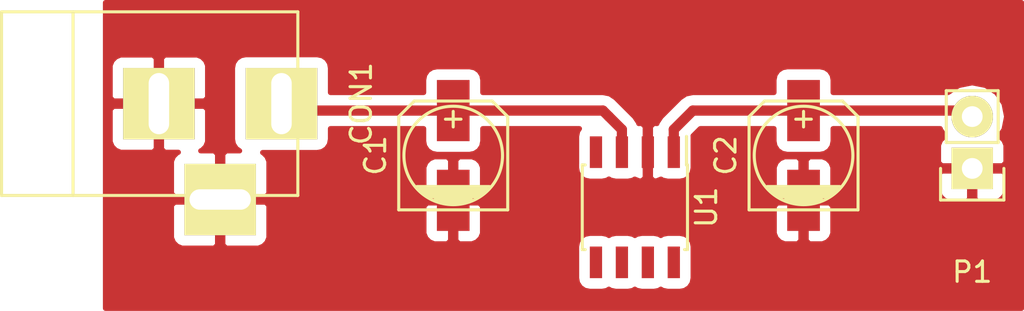
<source format=kicad_pcb>
(kicad_pcb (version 4) (host pcbnew 4.0.4+e1-6308~48~ubuntu16.04.1-stable)

  (general
    (links 9)
    (no_connects 0)
    (area 44.294379 86.995 95.885001 105.410001)
    (thickness 1.6)
    (drawings 0)
    (tracks 11)
    (zones 0)
    (modules 5)
    (nets 4)
  )

  (page A4)
  (layers
    (0 F.Cu signal)
    (31 B.Cu signal)
    (32 B.Adhes user)
    (33 F.Adhes user)
    (34 B.Paste user)
    (35 F.Paste user)
    (36 B.SilkS user)
    (37 F.SilkS user)
    (38 B.Mask user)
    (39 F.Mask user)
    (40 Dwgs.User user)
    (41 Cmts.User user)
    (42 Eco1.User user)
    (43 Eco2.User user)
    (44 Edge.Cuts user)
    (45 Margin user)
    (46 B.CrtYd user)
    (47 F.CrtYd user)
    (48 B.Fab user)
    (49 F.Fab user)
  )

  (setup
    (last_trace_width 0.5)
    (trace_clearance 0.2)
    (zone_clearance 0.508)
    (zone_45_only no)
    (trace_min 0.2)
    (segment_width 0.2)
    (edge_width 0.15)
    (via_size 0.6)
    (via_drill 0.4)
    (via_min_size 0.4)
    (via_min_drill 0.3)
    (uvia_size 0.3)
    (uvia_drill 0.1)
    (uvias_allowed no)
    (uvia_min_size 0.2)
    (uvia_min_drill 0.1)
    (pcb_text_width 0.3)
    (pcb_text_size 1.5 1.5)
    (mod_edge_width 0.15)
    (mod_text_size 1 1)
    (mod_text_width 0.15)
    (pad_size 1.524 1.524)
    (pad_drill 0.762)
    (pad_to_mask_clearance 0.2)
    (aux_axis_origin 0 0)
    (visible_elements FFFFFF7F)
    (pcbplotparams
      (layerselection 0x00030_80000001)
      (usegerberextensions false)
      (excludeedgelayer true)
      (linewidth 0.100000)
      (plotframeref false)
      (viasonmask false)
      (mode 1)
      (useauxorigin false)
      (hpglpennumber 1)
      (hpglpenspeed 20)
      (hpglpendiameter 15)
      (hpglpenoverlay 2)
      (psnegative false)
      (psa4output false)
      (plotreference true)
      (plotvalue true)
      (plotinvisibletext false)
      (padsonsilk false)
      (subtractmaskfromsilk false)
      (outputformat 1)
      (mirror false)
      (drillshape 1)
      (scaleselection 1)
      (outputdirectory ""))
  )

  (net 0 "")
  (net 1 "Net-(C1-Pad1)")
  (net 2 Earth)
  (net 3 "Net-(C2-Pad1)")

  (net_class Default "This is the default net class."
    (clearance 0.2)
    (trace_width 0.5)
    (via_dia 0.6)
    (via_drill 0.4)
    (uvia_dia 0.3)
    (uvia_drill 0.1)
    (add_net Earth)
    (add_net "Net-(C1-Pad1)")
    (add_net "Net-(C2-Pad1)")
  )

  (module Capacitors_SMD:c_elec_5x5.7 (layer F.Cu) (tedit 55725CEC) (tstamp 57F7546C)
    (at 66.675 97.79 90)
    (descr "SMT capacitor, aluminium electrolytic, 5x5.7")
    (path /57F75353)
    (attr smd)
    (fp_text reference C1 (at 0 -3.81 90) (layer F.SilkS)
      (effects (font (size 1 1) (thickness 0.15)))
    )
    (fp_text value "10 uF" (at 0 3.81 90) (layer F.Fab)
      (effects (font (size 1 1) (thickness 0.15)))
    )
    (fp_line (start -3.95 -3) (end 3.95 -3) (layer F.CrtYd) (width 0.05))
    (fp_line (start 3.95 -3) (end 3.95 3) (layer F.CrtYd) (width 0.05))
    (fp_line (start 3.95 3) (end -3.95 3) (layer F.CrtYd) (width 0.05))
    (fp_line (start -3.95 3) (end -3.95 -3) (layer F.CrtYd) (width 0.05))
    (fp_line (start -2.286 -0.635) (end -2.286 0.762) (layer F.SilkS) (width 0.15))
    (fp_line (start -2.159 -0.889) (end -2.159 0.889) (layer F.SilkS) (width 0.15))
    (fp_line (start -2.032 -1.27) (end -2.032 1.27) (layer F.SilkS) (width 0.15))
    (fp_line (start -1.905 1.397) (end -1.905 -1.397) (layer F.SilkS) (width 0.15))
    (fp_line (start -1.778 -1.524) (end -1.778 1.524) (layer F.SilkS) (width 0.15))
    (fp_line (start -1.651 1.651) (end -1.651 -1.651) (layer F.SilkS) (width 0.15))
    (fp_line (start -1.524 -1.778) (end -1.524 1.778) (layer F.SilkS) (width 0.15))
    (fp_line (start -2.667 -2.667) (end 1.905 -2.667) (layer F.SilkS) (width 0.15))
    (fp_line (start 1.905 -2.667) (end 2.667 -1.905) (layer F.SilkS) (width 0.15))
    (fp_line (start 2.667 -1.905) (end 2.667 1.905) (layer F.SilkS) (width 0.15))
    (fp_line (start 2.667 1.905) (end 1.905 2.667) (layer F.SilkS) (width 0.15))
    (fp_line (start 1.905 2.667) (end -2.667 2.667) (layer F.SilkS) (width 0.15))
    (fp_line (start -2.667 2.667) (end -2.667 -2.667) (layer F.SilkS) (width 0.15))
    (fp_line (start 2.159 0) (end 1.397 0) (layer F.SilkS) (width 0.15))
    (fp_line (start 1.778 -0.381) (end 1.778 0.381) (layer F.SilkS) (width 0.15))
    (fp_circle (center 0 0) (end -2.413 0) (layer F.SilkS) (width 0.15))
    (pad 1 smd rect (at 2.19964 0 90) (size 2.99974 1.6002) (layers F.Cu F.Paste F.Mask)
      (net 1 "Net-(C1-Pad1)"))
    (pad 2 smd rect (at -2.19964 0 90) (size 2.99974 1.6002) (layers F.Cu F.Paste F.Mask)
      (net 2 Earth))
    (model Capacitors_SMD.3dshapes/c_elec_5x5.7.wrl
      (at (xyz 0 0 0))
      (scale (xyz 1 1 1))
      (rotate (xyz 0 0 0))
    )
  )

  (module Capacitors_SMD:c_elec_5x5.7 (layer F.Cu) (tedit 55725CEC) (tstamp 57F75472)
    (at 83.82 97.79 90)
    (descr "SMT capacitor, aluminium electrolytic, 5x5.7")
    (path /57F753AE)
    (attr smd)
    (fp_text reference C2 (at 0 -3.81 90) (layer F.SilkS)
      (effects (font (size 1 1) (thickness 0.15)))
    )
    (fp_text value "10 uF" (at 0 3.81 90) (layer F.Fab)
      (effects (font (size 1 1) (thickness 0.15)))
    )
    (fp_line (start -3.95 -3) (end 3.95 -3) (layer F.CrtYd) (width 0.05))
    (fp_line (start 3.95 -3) (end 3.95 3) (layer F.CrtYd) (width 0.05))
    (fp_line (start 3.95 3) (end -3.95 3) (layer F.CrtYd) (width 0.05))
    (fp_line (start -3.95 3) (end -3.95 -3) (layer F.CrtYd) (width 0.05))
    (fp_line (start -2.286 -0.635) (end -2.286 0.762) (layer F.SilkS) (width 0.15))
    (fp_line (start -2.159 -0.889) (end -2.159 0.889) (layer F.SilkS) (width 0.15))
    (fp_line (start -2.032 -1.27) (end -2.032 1.27) (layer F.SilkS) (width 0.15))
    (fp_line (start -1.905 1.397) (end -1.905 -1.397) (layer F.SilkS) (width 0.15))
    (fp_line (start -1.778 -1.524) (end -1.778 1.524) (layer F.SilkS) (width 0.15))
    (fp_line (start -1.651 1.651) (end -1.651 -1.651) (layer F.SilkS) (width 0.15))
    (fp_line (start -1.524 -1.778) (end -1.524 1.778) (layer F.SilkS) (width 0.15))
    (fp_line (start -2.667 -2.667) (end 1.905 -2.667) (layer F.SilkS) (width 0.15))
    (fp_line (start 1.905 -2.667) (end 2.667 -1.905) (layer F.SilkS) (width 0.15))
    (fp_line (start 2.667 -1.905) (end 2.667 1.905) (layer F.SilkS) (width 0.15))
    (fp_line (start 2.667 1.905) (end 1.905 2.667) (layer F.SilkS) (width 0.15))
    (fp_line (start 1.905 2.667) (end -2.667 2.667) (layer F.SilkS) (width 0.15))
    (fp_line (start -2.667 2.667) (end -2.667 -2.667) (layer F.SilkS) (width 0.15))
    (fp_line (start 2.159 0) (end 1.397 0) (layer F.SilkS) (width 0.15))
    (fp_line (start 1.778 -0.381) (end 1.778 0.381) (layer F.SilkS) (width 0.15))
    (fp_circle (center 0 0) (end -2.413 0) (layer F.SilkS) (width 0.15))
    (pad 1 smd rect (at 2.19964 0 90) (size 2.99974 1.6002) (layers F.Cu F.Paste F.Mask)
      (net 3 "Net-(C2-Pad1)"))
    (pad 2 smd rect (at -2.19964 0 90) (size 2.99974 1.6002) (layers F.Cu F.Paste F.Mask)
      (net 2 Earth))
    (model Capacitors_SMD.3dshapes/c_elec_5x5.7.wrl
      (at (xyz 0 0 0))
      (scale (xyz 1 1 1))
      (rotate (xyz 0 0 0))
    )
  )

  (module Connect:BARREL_JACK (layer F.Cu) (tedit 57F762EE) (tstamp 57F75479)
    (at 52.07 95.25)
    (descr "DC Barrel Jack")
    (tags "Power Jack")
    (path /57F752E8)
    (fp_text reference CON1 (at 10.09904 0 90) (layer F.SilkS)
      (effects (font (size 1 1) (thickness 0.15)))
    )
    (fp_text value BARREL_JACK (at 0 -5.99948) (layer F.Fab) hide
      (effects (font (size 1 1) (thickness 0.15)))
    )
    (fp_line (start -4.0005 -4.50088) (end -4.0005 4.50088) (layer F.SilkS) (width 0.15))
    (fp_line (start -7.50062 -4.50088) (end -7.50062 4.50088) (layer F.SilkS) (width 0.15))
    (fp_line (start -7.50062 4.50088) (end 7.00024 4.50088) (layer F.SilkS) (width 0.15))
    (fp_line (start 7.00024 4.50088) (end 7.00024 -4.50088) (layer F.SilkS) (width 0.15))
    (fp_line (start 7.00024 -4.50088) (end -7.50062 -4.50088) (layer F.SilkS) (width 0.15))
    (pad 1 thru_hole rect (at 6.20014 0) (size 3.50012 3.50012) (drill oval 1.00076 2.99974) (layers *.Cu *.Mask F.SilkS)
      (net 1 "Net-(C1-Pad1)"))
    (pad 2 thru_hole rect (at 0.20066 0) (size 3.50012 3.50012) (drill oval 1.00076 2.99974) (layers *.Cu *.Mask F.SilkS)
      (net 2 Earth))
    (pad 3 thru_hole rect (at 3.2004 4.699) (size 3.50012 3.50012) (drill oval 2.99974 1.00076) (layers *.Cu *.Mask F.SilkS)
      (net 2 Earth))
  )

  (module Pin_Headers:Pin_Header_Straight_1x02 (layer F.Cu) (tedit 57F762F7) (tstamp 57F7547F)
    (at 92.075 98.425 180)
    (descr "Through hole pin header")
    (tags "pin header")
    (path /57F7541B)
    (fp_text reference P1 (at 0 -5.08 180) (layer F.SilkS)
      (effects (font (size 1 1) (thickness 0.15)))
    )
    (fp_text value OUTPUT (at 0.635 -3.175 180) (layer F.Fab)
      (effects (font (size 1 1) (thickness 0.15)))
    )
    (fp_line (start 1.27 1.27) (end 1.27 3.81) (layer F.SilkS) (width 0.15))
    (fp_line (start 1.55 -1.55) (end 1.55 0) (layer F.SilkS) (width 0.15))
    (fp_line (start -1.75 -1.75) (end -1.75 4.3) (layer F.CrtYd) (width 0.05))
    (fp_line (start 1.75 -1.75) (end 1.75 4.3) (layer F.CrtYd) (width 0.05))
    (fp_line (start -1.75 -1.75) (end 1.75 -1.75) (layer F.CrtYd) (width 0.05))
    (fp_line (start -1.75 4.3) (end 1.75 4.3) (layer F.CrtYd) (width 0.05))
    (fp_line (start 1.27 1.27) (end -1.27 1.27) (layer F.SilkS) (width 0.15))
    (fp_line (start -1.55 0) (end -1.55 -1.55) (layer F.SilkS) (width 0.15))
    (fp_line (start -1.55 -1.55) (end 1.55 -1.55) (layer F.SilkS) (width 0.15))
    (fp_line (start -1.27 1.27) (end -1.27 3.81) (layer F.SilkS) (width 0.15))
    (fp_line (start -1.27 3.81) (end 1.27 3.81) (layer F.SilkS) (width 0.15))
    (pad 1 thru_hole rect (at 0 0 180) (size 2.032 2.032) (drill 1.016) (layers *.Cu *.Mask F.SilkS)
      (net 2 Earth))
    (pad 2 thru_hole oval (at 0 2.54 180) (size 2.032 2.032) (drill 1.016) (layers *.Cu *.Mask F.SilkS)
      (net 3 "Net-(C2-Pad1)"))
    (model Pin_Headers.3dshapes/Pin_Header_Straight_1x02.wrl
      (at (xyz 0 -0.05 0))
      (scale (xyz 1 1 1))
      (rotate (xyz 0 0 90))
    )
  )

  (module Housings_SOIC:SOIC-8_3.9x4.9mm_Pitch1.27mm (layer F.Cu) (tedit 54130A77) (tstamp 57F7548B)
    (at 75.565 100.33 270)
    (descr "8-Lead Plastic Small Outline (SN) - Narrow, 3.90 mm Body [SOIC] (see Microchip Packaging Specification 00000049BS.pdf)")
    (tags "SOIC 1.27")
    (path /57F75AC3)
    (attr smd)
    (fp_text reference U1 (at 0 -3.5 270) (layer F.SilkS)
      (effects (font (size 1 1) (thickness 0.15)))
    )
    (fp_text value LM78L05ACZ (at 0 3.5 270) (layer F.Fab)
      (effects (font (size 1 1) (thickness 0.15)))
    )
    (fp_line (start -0.95 -2.45) (end 1.95 -2.45) (layer F.Fab) (width 0.15))
    (fp_line (start 1.95 -2.45) (end 1.95 2.45) (layer F.Fab) (width 0.15))
    (fp_line (start 1.95 2.45) (end -1.95 2.45) (layer F.Fab) (width 0.15))
    (fp_line (start -1.95 2.45) (end -1.95 -1.45) (layer F.Fab) (width 0.15))
    (fp_line (start -1.95 -1.45) (end -0.95 -2.45) (layer F.Fab) (width 0.15))
    (fp_line (start -3.75 -2.75) (end -3.75 2.75) (layer F.CrtYd) (width 0.05))
    (fp_line (start 3.75 -2.75) (end 3.75 2.75) (layer F.CrtYd) (width 0.05))
    (fp_line (start -3.75 -2.75) (end 3.75 -2.75) (layer F.CrtYd) (width 0.05))
    (fp_line (start -3.75 2.75) (end 3.75 2.75) (layer F.CrtYd) (width 0.05))
    (fp_line (start -2.075 -2.575) (end -2.075 -2.525) (layer F.SilkS) (width 0.15))
    (fp_line (start 2.075 -2.575) (end 2.075 -2.43) (layer F.SilkS) (width 0.15))
    (fp_line (start 2.075 2.575) (end 2.075 2.43) (layer F.SilkS) (width 0.15))
    (fp_line (start -2.075 2.575) (end -2.075 2.43) (layer F.SilkS) (width 0.15))
    (fp_line (start -2.075 -2.575) (end 2.075 -2.575) (layer F.SilkS) (width 0.15))
    (fp_line (start -2.075 2.575) (end 2.075 2.575) (layer F.SilkS) (width 0.15))
    (fp_line (start -2.075 -2.525) (end -3.475 -2.525) (layer F.SilkS) (width 0.15))
    (pad 1 smd rect (at -2.7 -1.905 270) (size 1.55 0.6) (layers F.Cu F.Paste F.Mask)
      (net 3 "Net-(C2-Pad1)"))
    (pad 2 smd rect (at -2.7 -0.635 270) (size 1.55 0.6) (layers F.Cu F.Paste F.Mask)
      (net 2 Earth))
    (pad 3 smd rect (at -2.7 0.635 270) (size 1.55 0.6) (layers F.Cu F.Paste F.Mask)
      (net 1 "Net-(C1-Pad1)"))
    (pad 4 smd rect (at -2.7 1.905 270) (size 1.55 0.6) (layers F.Cu F.Paste F.Mask))
    (pad 5 smd rect (at 2.7 1.905 270) (size 1.55 0.6) (layers F.Cu F.Paste F.Mask))
    (pad 6 smd rect (at 2.7 0.635 270) (size 1.55 0.6) (layers F.Cu F.Paste F.Mask))
    (pad 7 smd rect (at 2.7 -0.635 270) (size 1.55 0.6) (layers F.Cu F.Paste F.Mask))
    (pad 8 smd rect (at 2.7 -1.905 270) (size 1.55 0.6) (layers F.Cu F.Paste F.Mask))
    (model Housings_SOIC.3dshapes/SOIC-8_3.9x4.9mm_Pitch1.27mm.wrl
      (at (xyz 0 0 0))
      (scale (xyz 1 1 1))
      (rotate (xyz 0 0 0))
    )
  )

  (segment (start 66.675 95.59036) (end 74.00036 95.59036) (width 0.5) (layer F.Cu) (net 1))
  (segment (start 74.93 96.52) (end 74.295 95.885) (width 0.5) (layer F.Cu) (net 1) (tstamp 57F75670))
  (segment (start 74.93 96.52) (end 74.93 97.63) (width 0.5) (layer F.Cu) (net 1))
  (segment (start 74.00036 95.59036) (end 74.295 95.885) (width 0.5) (layer F.Cu) (net 1) (tstamp 57F75674))
  (segment (start 66.675 95.59036) (end 58.6105 95.59036) (width 0.5) (layer F.Cu) (net 1) (status 10))
  (segment (start 58.6105 95.59036) (end 58.27014 95.25) (width 0.25) (layer F.Cu) (net 1) (tstamp 57F7553A))
  (segment (start 83.82 95.59036) (end 91.78036 95.59036) (width 0.5) (layer F.Cu) (net 3))
  (segment (start 91.78036 95.59036) (end 92.075 95.885) (width 0.25) (layer F.Cu) (net 3) (tstamp 57F756CE))
  (segment (start 83.82 95.59036) (end 78.39964 95.59036) (width 0.5) (layer F.Cu) (net 3))
  (segment (start 77.47 96.52) (end 77.47 97.63) (width 0.5) (layer F.Cu) (net 3) (tstamp 57F75690))
  (segment (start 78.39964 95.59036) (end 77.47 96.52) (width 0.5) (layer F.Cu) (net 3) (tstamp 57F7568F))

  (zone (net 2) (net_name Earth) (layer F.Cu) (tstamp 57F756EB) (hatch edge 0.508)
    (connect_pads (clearance 0.508))
    (min_thickness 0.254)
    (fill yes (arc_segments 16) (thermal_gap 0.508) (thermal_bridge_width 0.508))
    (polygon
      (pts
        (xy 49.53 105.41) (xy 49.53 90.17) (xy 94.615 90.17) (xy 94.615 105.41)
      )
    )
    (filled_polygon
      (pts
        (xy 94.488 105.283) (xy 49.657 105.283) (xy 49.657 100.23475) (xy 52.88534 100.23475) (xy 52.88534 101.82537)
        (xy 52.982013 102.058759) (xy 53.160642 102.237387) (xy 53.394031 102.33406) (xy 54.98465 102.33406) (xy 55.1434 102.17531)
        (xy 55.1434 100.076) (xy 55.3974 100.076) (xy 55.3974 102.17531) (xy 55.55615 102.33406) (xy 57.146769 102.33406)
        (xy 57.337636 102.255) (xy 72.71256 102.255) (xy 72.71256 103.805) (xy 72.756838 104.040317) (xy 72.89591 104.256441)
        (xy 73.10811 104.401431) (xy 73.36 104.45244) (xy 73.96 104.45244) (xy 74.195317 104.408162) (xy 74.294528 104.344322)
        (xy 74.37811 104.401431) (xy 74.63 104.45244) (xy 75.23 104.45244) (xy 75.465317 104.408162) (xy 75.564528 104.344322)
        (xy 75.64811 104.401431) (xy 75.9 104.45244) (xy 76.5 104.45244) (xy 76.735317 104.408162) (xy 76.834528 104.344322)
        (xy 76.91811 104.401431) (xy 77.17 104.45244) (xy 77.77 104.45244) (xy 78.005317 104.408162) (xy 78.221441 104.26909)
        (xy 78.366431 104.05689) (xy 78.41744 103.805) (xy 78.41744 102.255) (xy 78.373162 102.019683) (xy 78.23409 101.803559)
        (xy 78.02189 101.658569) (xy 77.77 101.60756) (xy 77.17 101.60756) (xy 76.934683 101.651838) (xy 76.835472 101.715678)
        (xy 76.75189 101.658569) (xy 76.5 101.60756) (xy 75.9 101.60756) (xy 75.664683 101.651838) (xy 75.565472 101.715678)
        (xy 75.48189 101.658569) (xy 75.23 101.60756) (xy 74.63 101.60756) (xy 74.394683 101.651838) (xy 74.295472 101.715678)
        (xy 74.21189 101.658569) (xy 73.96 101.60756) (xy 73.36 101.60756) (xy 73.124683 101.651838) (xy 72.908559 101.79091)
        (xy 72.763569 102.00311) (xy 72.71256 102.255) (xy 57.337636 102.255) (xy 57.380158 102.237387) (xy 57.558787 102.058759)
        (xy 57.65546 101.82537) (xy 57.65546 100.27539) (xy 65.2399 100.27539) (xy 65.2399 101.615819) (xy 65.336573 101.849208)
        (xy 65.515201 102.027837) (xy 65.74859 102.12451) (xy 66.38925 102.12451) (xy 66.548 101.96576) (xy 66.548 100.11664)
        (xy 66.802 100.11664) (xy 66.802 101.96576) (xy 66.96075 102.12451) (xy 67.60141 102.12451) (xy 67.834799 102.027837)
        (xy 68.013427 101.849208) (xy 68.1101 101.615819) (xy 68.1101 100.27539) (xy 82.3849 100.27539) (xy 82.3849 101.615819)
        (xy 82.481573 101.849208) (xy 82.660201 102.027837) (xy 82.89359 102.12451) (xy 83.53425 102.12451) (xy 83.693 101.96576)
        (xy 83.693 100.11664) (xy 83.947 100.11664) (xy 83.947 101.96576) (xy 84.10575 102.12451) (xy 84.74641 102.12451)
        (xy 84.979799 102.027837) (xy 85.158427 101.849208) (xy 85.2551 101.615819) (xy 85.2551 100.27539) (xy 85.09635 100.11664)
        (xy 83.947 100.11664) (xy 83.693 100.11664) (xy 82.54365 100.11664) (xy 82.3849 100.27539) (xy 68.1101 100.27539)
        (xy 67.95135 100.11664) (xy 66.802 100.11664) (xy 66.548 100.11664) (xy 65.39865 100.11664) (xy 65.2399 100.27539)
        (xy 57.65546 100.27539) (xy 57.65546 100.23475) (xy 57.49671 100.076) (xy 55.3974 100.076) (xy 55.1434 100.076)
        (xy 53.04409 100.076) (xy 52.88534 100.23475) (xy 49.657 100.23475) (xy 49.657 95.53575) (xy 49.8856 95.53575)
        (xy 49.8856 97.12637) (xy 49.982273 97.359759) (xy 50.160902 97.538387) (xy 50.394291 97.63506) (xy 51.98491 97.63506)
        (xy 52.14366 97.47631) (xy 52.14366 95.377) (xy 52.39766 95.377) (xy 52.39766 97.47631) (xy 52.55641 97.63506)
        (xy 53.222332 97.63506) (xy 53.160642 97.660613) (xy 52.982013 97.839241) (xy 52.88534 98.07263) (xy 52.88534 99.66325)
        (xy 53.04409 99.822) (xy 55.1434 99.822) (xy 55.1434 97.72269) (xy 55.3974 97.72269) (xy 55.3974 99.822)
        (xy 57.49671 99.822) (xy 57.65546 99.66325) (xy 57.65546 98.363461) (xy 65.2399 98.363461) (xy 65.2399 99.70389)
        (xy 65.39865 99.86264) (xy 66.548 99.86264) (xy 66.548 98.01352) (xy 66.802 98.01352) (xy 66.802 99.86264)
        (xy 67.95135 99.86264) (xy 68.1101 99.70389) (xy 68.1101 98.363461) (xy 68.013427 98.130072) (xy 67.834799 97.951443)
        (xy 67.60141 97.85477) (xy 66.96075 97.85477) (xy 66.802 98.01352) (xy 66.548 98.01352) (xy 66.38925 97.85477)
        (xy 65.74859 97.85477) (xy 65.515201 97.951443) (xy 65.336573 98.130072) (xy 65.2399 98.363461) (xy 57.65546 98.363461)
        (xy 57.65546 98.07263) (xy 57.558787 97.839241) (xy 57.380158 97.660613) (xy 57.3485 97.6475) (xy 60.0202 97.6475)
        (xy 60.255517 97.603222) (xy 60.471641 97.46415) (xy 60.616631 97.25195) (xy 60.66764 97.00006) (xy 60.66764 96.47536)
        (xy 65.22746 96.47536) (xy 65.22746 97.09023) (xy 65.271738 97.325547) (xy 65.41081 97.541671) (xy 65.62301 97.686661)
        (xy 65.8749 97.73767) (xy 67.4751 97.73767) (xy 67.710417 97.693392) (xy 67.926541 97.55432) (xy 68.071531 97.34212)
        (xy 68.12254 97.09023) (xy 68.12254 96.47536) (xy 72.850857 96.47536) (xy 72.763569 96.60311) (xy 72.71256 96.855)
        (xy 72.71256 98.405) (xy 72.756838 98.640317) (xy 72.89591 98.856441) (xy 73.10811 99.001431) (xy 73.36 99.05244)
        (xy 73.96 99.05244) (xy 74.195317 99.008162) (xy 74.294528 98.944322) (xy 74.37811 99.001431) (xy 74.63 99.05244)
        (xy 75.23 99.05244) (xy 75.465317 99.008162) (xy 75.55598 98.949822) (xy 75.77369 99.04) (xy 75.91425 99.04)
        (xy 76.073 98.88125) (xy 76.073 97.757) (xy 76.053 97.757) (xy 76.053 97.503) (xy 76.073 97.503)
        (xy 76.073 96.37875) (xy 76.327 96.37875) (xy 76.327 97.503) (xy 76.347 97.503) (xy 76.347 97.757)
        (xy 76.327 97.757) (xy 76.327 98.88125) (xy 76.48575 99.04) (xy 76.62631 99.04) (xy 76.843122 98.950194)
        (xy 76.91811 99.001431) (xy 77.17 99.05244) (xy 77.77 99.05244) (xy 78.005317 99.008162) (xy 78.221441 98.86909)
        (xy 78.366431 98.65689) (xy 78.41744 98.405) (xy 78.41744 98.363461) (xy 82.3849 98.363461) (xy 82.3849 99.70389)
        (xy 82.54365 99.86264) (xy 83.693 99.86264) (xy 83.693 98.01352) (xy 83.947 98.01352) (xy 83.947 99.86264)
        (xy 85.09635 99.86264) (xy 85.2551 99.70389) (xy 85.2551 98.71075) (xy 90.424 98.71075) (xy 90.424 99.56731)
        (xy 90.520673 99.800699) (xy 90.699302 99.979327) (xy 90.932691 100.076) (xy 91.78925 100.076) (xy 91.948 99.91725)
        (xy 91.948 98.552) (xy 92.202 98.552) (xy 92.202 99.91725) (xy 92.36075 100.076) (xy 93.217309 100.076)
        (xy 93.450698 99.979327) (xy 93.629327 99.800699) (xy 93.726 99.56731) (xy 93.726 98.71075) (xy 93.56725 98.552)
        (xy 92.202 98.552) (xy 91.948 98.552) (xy 90.58275 98.552) (xy 90.424 98.71075) (xy 85.2551 98.71075)
        (xy 85.2551 98.363461) (xy 85.158427 98.130072) (xy 84.979799 97.951443) (xy 84.74641 97.85477) (xy 84.10575 97.85477)
        (xy 83.947 98.01352) (xy 83.693 98.01352) (xy 83.53425 97.85477) (xy 82.89359 97.85477) (xy 82.660201 97.951443)
        (xy 82.481573 98.130072) (xy 82.3849 98.363461) (xy 78.41744 98.363461) (xy 78.41744 96.855) (xy 78.412553 96.829027)
        (xy 78.766219 96.47536) (xy 82.37246 96.47536) (xy 82.37246 97.09023) (xy 82.416738 97.325547) (xy 82.55581 97.541671)
        (xy 82.76801 97.686661) (xy 83.0199 97.73767) (xy 84.6201 97.73767) (xy 84.855417 97.693392) (xy 85.071541 97.55432)
        (xy 85.216531 97.34212) (xy 85.26754 97.09023) (xy 85.26754 96.47536) (xy 90.509085 96.47536) (xy 90.51733 96.51681)
        (xy 90.741966 96.853001) (xy 90.699302 96.870673) (xy 90.520673 97.049301) (xy 90.424 97.28269) (xy 90.424 98.13925)
        (xy 90.58275 98.298) (xy 91.948 98.298) (xy 91.948 98.278) (xy 92.202 98.278) (xy 92.202 98.298)
        (xy 93.56725 98.298) (xy 93.726 98.13925) (xy 93.726 97.28269) (xy 93.629327 97.049301) (xy 93.450698 96.870673)
        (xy 93.408034 96.853001) (xy 93.63267 96.51681) (xy 93.758345 95.885) (xy 93.63267 95.25319) (xy 93.274778 94.717567)
        (xy 92.739155 94.359675) (xy 92.107345 94.234) (xy 92.042655 94.234) (xy 91.410845 94.359675) (xy 90.893491 94.70536)
        (xy 85.26754 94.70536) (xy 85.26754 94.09049) (xy 85.223262 93.855173) (xy 85.08419 93.639049) (xy 84.87199 93.494059)
        (xy 84.6201 93.44305) (xy 83.0199 93.44305) (xy 82.784583 93.487328) (xy 82.568459 93.6264) (xy 82.423469 93.8386)
        (xy 82.37246 94.09049) (xy 82.37246 94.70536) (xy 78.39964 94.70536) (xy 78.060965 94.772727) (xy 77.77385 94.96457)
        (xy 77.773848 94.964573) (xy 76.84421 95.89421) (xy 76.652367 96.181325) (xy 76.652367 96.181326) (xy 76.643276 96.227028)
        (xy 76.62631 96.22) (xy 76.48575 96.22) (xy 76.327 96.37875) (xy 76.073 96.37875) (xy 75.91425 96.22)
        (xy 75.77369 96.22) (xy 75.756725 96.227027) (xy 75.747634 96.181326) (xy 75.579059 95.929035) (xy 75.55579 95.89421)
        (xy 75.555787 95.894208) (xy 74.92079 95.25921) (xy 74.920787 95.259208) (xy 74.62615 94.96457) (xy 74.618055 94.959161)
        (xy 74.339035 94.772727) (xy 74.282844 94.76155) (xy 74.00036 94.705359) (xy 74.000355 94.70536) (xy 68.12254 94.70536)
        (xy 68.12254 94.09049) (xy 68.078262 93.855173) (xy 67.93919 93.639049) (xy 67.72699 93.494059) (xy 67.4751 93.44305)
        (xy 65.8749 93.44305) (xy 65.639583 93.487328) (xy 65.423459 93.6264) (xy 65.278469 93.8386) (xy 65.22746 94.09049)
        (xy 65.22746 94.70536) (xy 60.66764 94.70536) (xy 60.66764 93.49994) (xy 60.623362 93.264623) (xy 60.48429 93.048499)
        (xy 60.27209 92.903509) (xy 60.0202 92.8525) (xy 56.52008 92.8525) (xy 56.284763 92.896778) (xy 56.068639 93.03585)
        (xy 55.923649 93.24805) (xy 55.87264 93.49994) (xy 55.87264 97.00006) (xy 55.916918 97.235377) (xy 56.05599 97.451501)
        (xy 56.22055 97.56394) (xy 55.55615 97.56394) (xy 55.3974 97.72269) (xy 55.1434 97.72269) (xy 54.98465 97.56394)
        (xy 54.318728 97.56394) (xy 54.380418 97.538387) (xy 54.559047 97.359759) (xy 54.65572 97.12637) (xy 54.65572 95.53575)
        (xy 54.49697 95.377) (xy 52.39766 95.377) (xy 52.14366 95.377) (xy 50.04435 95.377) (xy 49.8856 95.53575)
        (xy 49.657 95.53575) (xy 49.657 93.37363) (xy 49.8856 93.37363) (xy 49.8856 94.96425) (xy 50.04435 95.123)
        (xy 52.14366 95.123) (xy 52.14366 93.02369) (xy 52.39766 93.02369) (xy 52.39766 95.123) (xy 54.49697 95.123)
        (xy 54.65572 94.96425) (xy 54.65572 93.37363) (xy 54.559047 93.140241) (xy 54.380418 92.961613) (xy 54.147029 92.86494)
        (xy 52.55641 92.86494) (xy 52.39766 93.02369) (xy 52.14366 93.02369) (xy 51.98491 92.86494) (xy 50.394291 92.86494)
        (xy 50.160902 92.961613) (xy 49.982273 93.140241) (xy 49.8856 93.37363) (xy 49.657 93.37363) (xy 49.657 90.297)
        (xy 94.488 90.297)
      )
    )
  )
)

</source>
